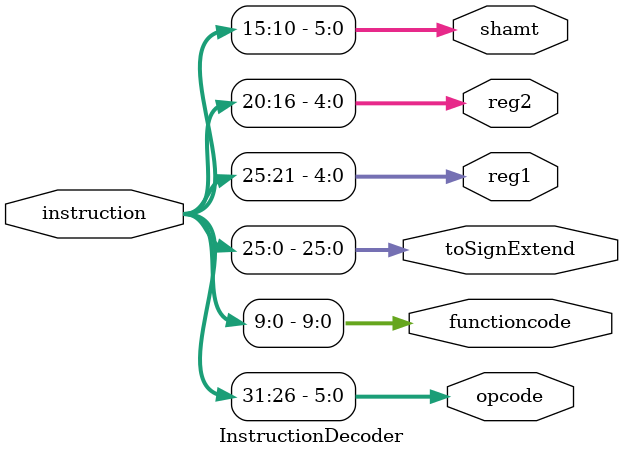
<source format=v>
`timescale 1ns / 1ps


module InstructionDecoder( input [31:0] instruction,
									output [31:26] opcode,
									output [9:0] functioncode,
									output [25:0] toSignExtend,
									output [4:0] reg1,
									output [4:0] reg2,
									output [5:0] shamt
    );

assign opcode = instruction[31:26];
assign functioncode = instruction[9:0];
assign toSignExtend  = instruction[25:0];
assign reg1 = instruction[25:21];
assign reg2 = instruction[20:16];
assign shamt = instruction[15:10];

endmodule

</source>
